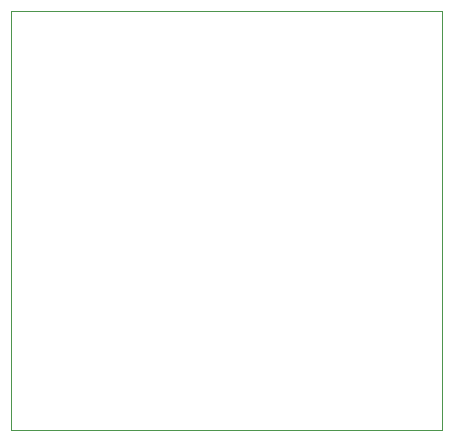
<source format=gbr>
%TF.GenerationSoftware,KiCad,Pcbnew,9.0.2*%
%TF.CreationDate,2025-06-02T11:27:28-03:00*%
%TF.ProjectId,PCB_BNC,5043425f-424e-4432-9e6b-696361645f70,rev?*%
%TF.SameCoordinates,Original*%
%TF.FileFunction,Profile,NP*%
%FSLAX46Y46*%
G04 Gerber Fmt 4.6, Leading zero omitted, Abs format (unit mm)*
G04 Created by KiCad (PCBNEW 9.0.2) date 2025-06-02 11:27:28*
%MOMM*%
%LPD*%
G01*
G04 APERTURE LIST*
%TA.AperFunction,Profile*%
%ADD10C,0.050000*%
%TD*%
G04 APERTURE END LIST*
D10*
X151000000Y-73000000D02*
X114500000Y-73000000D01*
X114500000Y-37500000D01*
X151000000Y-37500000D01*
X151000000Y-73000000D01*
M02*

</source>
